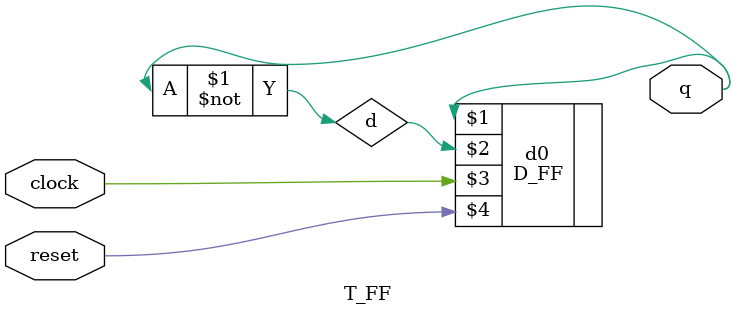
<source format=v>
module T_FF (q, clock, reset);

	output q;
	input clock, reset;
	wire d;
	
	
	not n1 (d, q); 
	// not is a Verilog-provided primitive. Case sensitive.
		
	D_FF d0 (q, d, clock, reset);
	
endmodule
</source>
